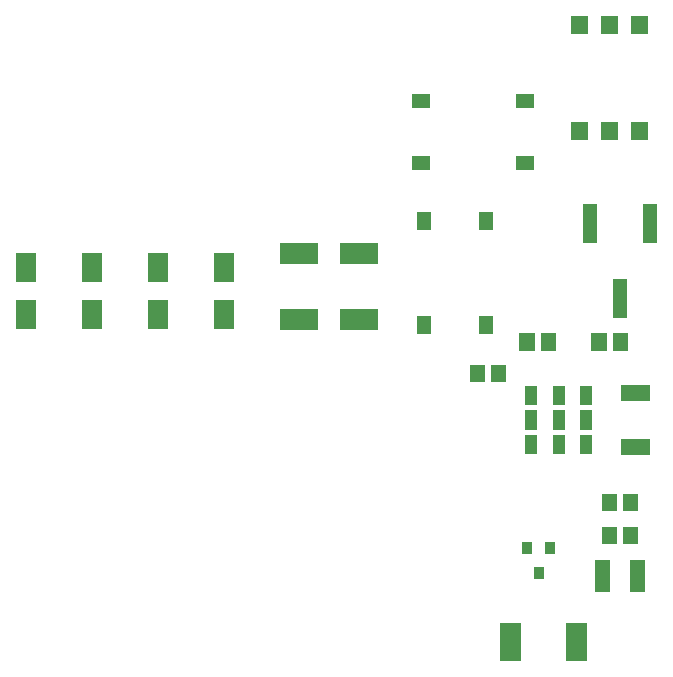
<source format=gbr>
G04 start of page 10 for group -4015 idx -4015 *
G04 Title: (unknown), toppaste *
G04 Creator: pcb 20110918 *
G04 CreationDate: Sun 21 Dec 2014 03:27:12 AM GMT UTC *
G04 For: petersen *
G04 Format: Gerber/RS-274X *
G04 PCB-Dimensions: 290000 290000 *
G04 PCB-Coordinate-Origin: lower left *
%MOIN*%
%FSLAX25Y25*%
%LNTOPPASTE*%
%ADD98R,0.0669X0.0669*%
%ADD97R,0.0469X0.0469*%
%ADD96R,0.0400X0.0400*%
%ADD95R,0.0551X0.0551*%
%ADD94R,0.0709X0.0709*%
%ADD93R,0.0340X0.0340*%
%ADD92R,0.0470X0.0470*%
%ADD91R,0.0512X0.0512*%
%ADD90C,0.0001*%
G54D90*G36*
X268547Y241670D02*Y235764D01*
X274453D01*
Y241670D01*
X268547D01*
G37*
G36*
X258547D02*Y235764D01*
X264453D01*
Y241670D01*
X258547D01*
G37*
G36*
X248547D02*Y235764D01*
X254453D01*
Y241670D01*
X248547D01*
G37*
G36*
Y206236D02*Y200330D01*
X254453D01*
Y206236D01*
X248547D01*
G37*
G36*
X258547D02*Y200330D01*
X264453D01*
Y206236D01*
X258547D01*
G37*
G36*
X268547D02*Y200330D01*
X274453D01*
Y206236D01*
X268547D01*
G37*
G54D91*X217457Y122893D02*Y122107D01*
X224543Y122893D02*Y122107D01*
X233957Y133393D02*Y132607D01*
X241043Y133393D02*Y132607D01*
G54D92*X220250Y173850D02*Y172551D01*
X199750Y173850D02*Y172551D01*
Y139449D02*Y138150D01*
X220250Y139449D02*Y138150D01*
X198150Y213250D02*X199449D01*
X198150Y192750D02*X199449D01*
X232551D02*X233850D01*
X232551Y213250D02*X233850D01*
G54D93*X241746Y64521D02*Y63921D01*
X233946Y64521D02*Y63921D01*
X237846Y56321D02*Y55721D01*
G54D94*X250524Y35756D02*Y30244D01*
X228476Y35756D02*Y30244D01*
G54D95*X268220Y98004D02*X272157D01*
X268220Y115996D02*X272157D01*
G54D96*X253653Y99913D02*Y97551D01*
Y108181D02*Y105819D01*
Y116449D02*Y114087D01*
X244499Y99913D02*Y97551D01*
Y108181D02*Y105819D01*
Y116449D02*Y114087D01*
X235346Y99913D02*Y97551D01*
Y108181D02*Y105819D01*
Y116449D02*Y114087D01*
G54D91*X268543Y79893D02*Y79107D01*
X261457Y79893D02*Y79107D01*
Y68893D02*Y68107D01*
X268543Y68893D02*Y68107D01*
X259095Y57755D02*Y52245D01*
X270905Y57755D02*Y52245D01*
G54D97*X275000Y176752D02*Y168445D01*
X255000Y176752D02*Y168445D01*
X265000Y151555D02*Y143248D01*
G54D91*X265043Y133393D02*Y132607D01*
X257957Y133393D02*Y132607D01*
G54D98*X133000Y159449D02*Y156299D01*
Y143701D02*Y140551D01*
X89000Y159449D02*Y156299D01*
Y143701D02*Y140551D01*
X111000Y159449D02*Y156299D01*
Y143701D02*Y140551D01*
X67000Y159449D02*Y156299D01*
Y143701D02*Y140551D01*
G54D94*X155244Y140476D02*X160756D01*
X155244Y162524D02*X160756D01*
X175244Y140476D02*X180756D01*
X175244Y162524D02*X180756D01*
M02*

</source>
